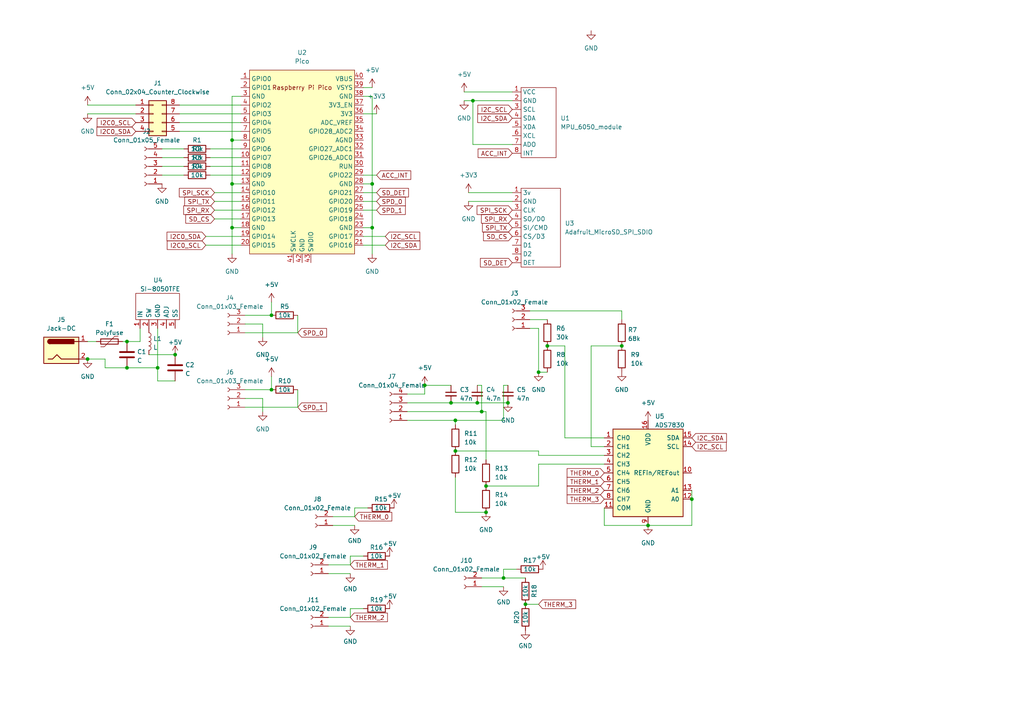
<source format=kicad_sch>
(kicad_sch (version 20211123) (generator eeschema)
  (paper "A4")
  (lib_symbols
    (symbol "Analog_DAC:ADS7830" (pin_names (offset 1.016))
      (property "Reference" "U" (at -10.16 13.716 0))
      (property "Value" "ADS7830" (at 1.778 13.716 0))
      (symbol "ADS7830_0_1"
        (rectangle (start -10.16 12.7) (end 10.16 -12.7) (stroke (width 0.254)) (fill (type background)))
      )
      (symbol "ADS7830_1_1"
        (pin input line (at -12.7 10.16 0) (length 2.54) (name "CH0") (number "1"))
        (pin bidirectional line (at 12.7 0 180) (length 2.54) (name "REFin/REFout") (number "10"))
        (pin input line (at -12.7 -10.16 0) (length 2.54) (name "COM") (number "11"))
        (pin input line (at 12.7 -7.62 180) (length 2.54) (name "A0") (number "12"))
        (pin input line (at 12.7 -5.08 180) (length 2.54) (name "A1") (number "13"))
        (pin input line (at 12.7 7.62 180) (length 2.54) (name "SCL") (number "14"))
        (pin bidirectional line (at 12.7 10.16 180) (length 2.54) (name "SDA") (number "15"))
        (pin power_in line (at 0 15.24 270) (length 2.54) (name "VDD") (number "16"))
        (pin input line (at -12.7 7.62 0) (length 2.54) (name "CH1") (number "2"))
        (pin input line (at -12.7 5.08 0) (length 2.54) (name "CH2") (number "3"))
        (pin input line (at -12.7 2.54 0) (length 2.54) (name "CH3") (number "4"))
        (pin input line (at -12.7 0 0) (length 2.54) (name "CH4") (number "5"))
        (pin input line (at -12.7 -2.54 0) (length 2.54) (name "CH5") (number "6"))
        (pin input line (at -12.7 -5.08 0) (length 2.54) (name "CH6") (number "7"))
        (pin input line (at -12.7 -7.62 0) (length 2.54) (name "CH7") (number "8"))
        (pin power_in line (at 0 -15.24 90) (length 2.54) (name "GND") (number "9"))
      )
    )
    (symbol "Connector:Conn_01x02_Female" (pin_names (offset 1.016) hide)
      (property "Reference" "J" (at 0 2.54 0))
      (property "Value" "Conn_01x02_Female" (at 0 -5.08 0))
      (symbol "Conn_01x02_Female_1_1"
        (arc (start 0 -2.032) (mid -0.508 -2.54) (end 0 -3.048) (stroke (width 0.1524)))
        (polyline (pts (xy -1.27 -2.54) (xy -0.508 -2.54)) (stroke (width 0.1524)))
        (polyline (pts (xy -1.27 0) (xy -0.508 0)) (stroke (width 0.1524)))
        (arc (start 0 0.508) (mid -0.508 0) (end 0 -0.508) (stroke (width 0.1524)))
        (pin passive line (at -5.08 0 0) (length 3.81) (name "Pin_1") (number "1"))
        (pin passive line (at -5.08 -2.54 0) (length 3.81) (name "Pin_2") (number "2"))
      )
    )
    (symbol "Connector:Conn_01x03_Female" (pin_names (offset 1.016) hide)
      (property "Reference" "J" (at 0 5.08 0))
      (property "Value" "Conn_01x03_Female" (at 0 -5.08 0))
      (symbol "Conn_01x03_Female_1_1"
        (arc (start 0 -2.032) (mid -0.508 -2.54) (end 0 -3.048) (stroke (width 0.1524)))
        (polyline (pts (xy -1.27 -2.54) (xy -0.508 -2.54)) (stroke (width 0.1524)))
        (polyline (pts (xy -1.27 0) (xy -0.508 0)) (stroke (width 0.1524)))
        (polyline (pts (xy -1.27 2.54) (xy -0.508 2.54)) (stroke (width 0.1524)))
        (arc (start 0 0.508) (mid -0.508 0) (end 0 -0.508) (stroke (width 0.1524)))
        (arc (start 0 3.048) (mid -0.508 2.54) (end 0 2.032) (stroke (width 0.1524)))
        (pin passive line (at -5.08 2.54 0) (length 3.81) (name "Pin_1") (number "1"))
        (pin passive line (at -5.08 0 0) (length 3.81) (name "Pin_2") (number "2"))
        (pin passive line (at -5.08 -2.54 0) (length 3.81) (name "Pin_3") (number "3"))
      )
    )
    (symbol "Connector:Conn_01x04_Female" (pin_names (offset 1.016) hide)
      (property "Reference" "J" (at 0 5.08 0))
      (property "Value" "Conn_01x04_Female" (at 0 -7.62 0))
      (symbol "Conn_01x04_Female_1_1"
        (arc (start 0 -4.572) (mid -0.508 -5.08) (end 0 -5.588) (stroke (width 0.1524)))
        (arc (start 0 -2.032) (mid -0.508 -2.54) (end 0 -3.048) (stroke (width 0.1524)))
        (polyline (pts (xy -1.27 -5.08) (xy -0.508 -5.08)) (stroke (width 0.1524)))
        (polyline (pts (xy -1.27 -2.54) (xy -0.508 -2.54)) (stroke (width 0.1524)))
        (polyline (pts (xy -1.27 0) (xy -0.508 0)) (stroke (width 0.1524)))
        (polyline (pts (xy -1.27 2.54) (xy -0.508 2.54)) (stroke (width 0.1524)))
        (arc (start 0 0.508) (mid -0.508 0) (end 0 -0.508) (stroke (width 0.1524)))
        (arc (start 0 3.048) (mid -0.508 2.54) (end 0 2.032) (stroke (width 0.1524)))
        (pin passive line (at -5.08 2.54 0) (length 3.81) (name "Pin_1") (number "1"))
        (pin passive line (at -5.08 0 0) (length 3.81) (name "Pin_2") (number "2"))
        (pin passive line (at -5.08 -2.54 0) (length 3.81) (name "Pin_3") (number "3"))
        (pin passive line (at -5.08 -5.08 0) (length 3.81) (name "Pin_4") (number "4"))
      )
    )
    (symbol "Connector:Conn_01x05_Female" (pin_names (offset 1.016) hide)
      (property "Reference" "J" (at 0 7.62 0))
      (property "Value" "Conn_01x05_Female" (at 0 -7.62 0))
      (symbol "Conn_01x05_Female_1_1"
        (arc (start 0 -4.572) (mid -0.508 -5.08) (end 0 -5.588) (stroke (width 0.1524)))
        (arc (start 0 -2.032) (mid -0.508 -2.54) (end 0 -3.048) (stroke (width 0.1524)))
        (polyline (pts (xy -1.27 -5.08) (xy -0.508 -5.08)) (stroke (width 0.1524)))
        (polyline (pts (xy -1.27 -2.54) (xy -0.508 -2.54)) (stroke (width 0.1524)))
        (polyline (pts (xy -1.27 0) (xy -0.508 0)) (stroke (width 0.1524)))
        (polyline (pts (xy -1.27 2.54) (xy -0.508 2.54)) (stroke (width 0.1524)))
        (polyline (pts (xy -1.27 5.08) (xy -0.508 5.08)) (stroke (width 0.1524)))
        (arc (start 0 0.508) (mid -0.508 0) (end 0 -0.508) (stroke (width 0.1524)))
        (arc (start 0 3.048) (mid -0.508 2.54) (end 0 2.032) (stroke (width 0.1524)))
        (arc (start 0 5.588) (mid -0.508 5.08) (end 0 4.572) (stroke (width 0.1524)))
        (pin passive line (at -5.08 5.08 0) (length 3.81) (name "Pin_1") (number "1"))
        (pin passive line (at -5.08 2.54 0) (length 3.81) (name "Pin_2") (number "2"))
        (pin passive line (at -5.08 0 0) (length 3.81) (name "Pin_3") (number "3"))
        (pin passive line (at -5.08 -2.54 0) (length 3.81) (name "Pin_4") (number "4"))
        (pin passive line (at -5.08 -5.08 0) (length 3.81) (name "Pin_5") (number "5"))
      )
    )
    (symbol "Connector:Jack-DC" (pin_names (offset 1.016))
      (property "Reference" "J" (at 0 5.334 0))
      (property "Value" "Jack-DC" (at 0 -5.08 0))
      (symbol "Jack-DC_0_1"
        (rectangle (start -5.08 3.81) (end 5.08 -3.81) (stroke (width 0.254)) (fill (type background)))
        (arc (start -3.302 3.175) (mid -3.937 2.54) (end -3.302 1.905) (stroke (width 0.254)))
        (arc (start -3.302 3.175) (mid -3.937 2.54) (end -3.302 1.905) (stroke (width 0.254)) (fill (type outline)))
        (polyline (pts (xy 5.08 2.54) (xy 3.81 2.54)) (stroke (width 0.254)))
        (polyline (pts (xy -3.81 -2.54) (xy -2.54 -2.54) (xy -1.27 -1.27) (xy 0 -2.54) (xy 2.54 -2.54) (xy 5.08 -2.54)) (stroke (width 0.254)))
        (rectangle (start 3.683 3.175) (end -3.302 1.905) (stroke (width 0.254)) (fill (type outline)))
      )
      (symbol "Jack-DC_1_1"
        (pin passive line (at 7.62 2.54 180) (length 2.54) (name "~") (number "1"))
        (pin passive line (at 7.62 -2.54 180) (length 2.54) (name "~") (number "2"))
      )
    )
    (symbol "Connector_Generic:Conn_02x04_Counter_Clockwise" (pin_names (offset 1.016) hide)
      (property "Reference" "J" (at 1.27 5.08 0))
      (property "Value" "Conn_02x04_Counter_Clockwise" (at 1.27 -7.62 0))
      (symbol "Conn_02x04_Counter_Clockwise_1_1"
        (rectangle (start -1.27 -4.953) (end 0 -5.207) (stroke (width 0.1524)))
        (rectangle (start -1.27 -2.413) (end 0 -2.667) (stroke (width 0.1524)))
        (rectangle (start -1.27 0.127) (end 0 -0.127) (stroke (width 0.1524)))
        (rectangle (start -1.27 2.667) (end 0 2.413) (stroke (width 0.1524)))
        (rectangle (start -1.27 3.81) (end 3.81 -6.35) (stroke (width 0.254)) (fill (type background)))
        (rectangle (start 3.81 -4.953) (end 2.54 -5.207) (stroke (width 0.1524)))
        (rectangle (start 3.81 -2.413) (end 2.54 -2.667) (stroke (width 0.1524)))
        (rectangle (start 3.81 0.127) (end 2.54 -0.127) (stroke (width 0.1524)))
        (rectangle (start 3.81 2.667) (end 2.54 2.413) (stroke (width 0.1524)))
        (pin passive line (at -5.08 2.54 0) (length 3.81) (name "Pin_1") (number "1"))
        (pin passive line (at -5.08 0 0) (length 3.81) (name "Pin_2") (number "2"))
        (pin passive line (at -5.08 -2.54 0) (length 3.81) (name "Pin_3") (number "3"))
        (pin passive line (at -5.08 -5.08 0) (length 3.81) (name "Pin_4") (number "4"))
        (pin passive line (at 7.62 -5.08 180) (length 3.81) (name "Pin_5") (number "5"))
        (pin passive line (at 7.62 -2.54 180) (length 3.81) (name "Pin_6") (number "6"))
        (pin passive line (at 7.62 0 180) (length 3.81) (name "Pin_7") (number "7"))
        (pin passive line (at 7.62 2.54 180) (length 3.81) (name "Pin_8") (number "8"))
      )
    )
    (symbol "Device:C" (pin_numbers hide) (pin_names (offset 0.254))
      (property "Reference" "C" (at 0.635 2.54 0))
      (property "Value" "C" (at 0.635 -2.54 0))
      (symbol "C_0_1"
        (polyline (pts (xy -2.032 -0.762) (xy 2.032 -0.762)) (stroke (width 0.508)))
        (polyline (pts (xy -2.032 0.762) (xy 2.032 0.762)) (stroke (width 0.508)))
      )
      (symbol "C_1_1"
        (pin passive line (at 0 3.81 270) (length 2.794) (name "~") (number "1"))
        (pin passive line (at 0 -3.81 90) (length 2.794) (name "~") (number "2"))
      )
    )
    (symbol "Device:C_Small" (pin_numbers hide) (pin_names (offset 0.254) hide)
      (property "Reference" "C" (at 0.254 1.778 0))
      (property "Value" "C_Small" (at 0.254 -2.032 0))
      (symbol "C_Small_0_1"
        (polyline (pts (xy -1.524 -0.508) (xy 1.524 -0.508)) (stroke (width 0.3302)))
        (polyline (pts (xy -1.524 0.508) (xy 1.524 0.508)) (stroke (width 0.3048)))
      )
      (symbol "C_Small_1_1"
        (pin passive line (at 0 2.54 270) (length 2.032) (name "~") (number "1"))
        (pin passive line (at 0 -2.54 90) (length 2.032) (name "~") (number "2"))
      )
    )
    (symbol "Device:L" (pin_numbers hide) (pin_names (offset 1.016) hide)
      (property "Reference" "L" (at -1.27 0 90))
      (property "Value" "L" (at 1.905 0 90))
      (symbol "L_0_1"
        (arc (start 0 -2.54) (mid 0.635 -1.905) (end 0 -1.27))
        (arc (start 0 -1.27) (mid 0.635 -0.635) (end 0 0))
        (arc (start 0 0) (mid 0.635 0.635) (end 0 1.27))
        (arc (start 0 1.27) (mid 0.635 1.905) (end 0 2.54))
      )
      (symbol "L_1_1"
        (pin passive line (at 0 3.81 270) (length 1.27) (name "1") (number "1"))
        (pin passive line (at 0 -3.81 90) (length 1.27) (name "2") (number "2"))
      )
    )
    (symbol "Device:Polyfuse" (pin_numbers hide) (pin_names (offset 0))
      (property "Reference" "F" (at -2.54 0 90))
      (property "Value" "Polyfuse" (at 2.54 0 90))
      (symbol "Polyfuse_0_1"
        (rectangle (start -0.762 2.54) (end 0.762 -2.54) (stroke (width 0.254)))
        (polyline (pts (xy 0 2.54) (xy 0 -2.54)))
        (polyline (pts (xy -1.524 2.54) (xy -1.524 1.524) (xy 1.524 -1.524) (xy 1.524 -2.54)))
      )
      (symbol "Polyfuse_1_1"
        (pin passive line (at 0 3.81 270) (length 1.27) (name "~") (number "1"))
        (pin passive line (at 0 -3.81 90) (length 1.27) (name "~") (number "2"))
      )
    )
    (symbol "Device:R" (pin_numbers hide) (pin_names (offset 0))
      (property "Reference" "R" (at 2.032 0 90))
      (property "Value" "R" (at 0 0 90))
      (symbol "R_0_1"
        (rectangle (start -1.016 -2.54) (end 1.016 2.54) (stroke (width 0.254)))
      )
      (symbol "R_1_1"
        (pin passive line (at 0 3.81 270) (length 1.27) (name "~") (number "1"))
        (pin passive line (at 0 -3.81 90) (length 1.27) (name "~") (number "2"))
      )
    )
    (symbol "MCU_Module:Pico"
      (property "Reference" "U" (at -13.97 27.94 0))
      (property "Value" "Pico" (at 0 19.05 0))
      (symbol "Pico_0_0"
        (text "Raspberry Pi Pico" (at 0 21.59 0) (effects (font (size 1.27 1.27))))
      )
      (symbol "Pico_0_1"
        (rectangle (start -15.24 26.67) (end 15.24 -26.67) (fill (type background)))
      )
      (symbol "Pico_1_1"
        (pin bidirectional line (at -17.78 24.13 0) (length 2.54) (name "GPIO0") (number "1"))
        (pin bidirectional line (at -17.78 1.27 0) (length 2.54) (name "GPIO7") (number "10"))
        (pin bidirectional line (at -17.78 -1.27 0) (length 2.54) (name "GPIO8") (number "11"))
        (pin bidirectional line (at -17.78 -3.81 0) (length 2.54) (name "GPIO9") (number "12"))
        (pin power_in line (at -17.78 -6.35 0) (length 2.54) (name "GND") (number "13"))
        (pin bidirectional line (at -17.78 -8.89 0) (length 2.54) (name "GPIO10") (number "14"))
        (pin bidirectional line (at -17.78 -11.43 0) (length 2.54) (name "GPIO11") (number "15"))
        (pin bidirectional line (at -17.78 -13.97 0) (length 2.54) (name "GPIO12") (number "16"))
        (pin bidirectional line (at -17.78 -16.51 0) (length 2.54) (name "GPIO13") (number "17"))
        (pin power_in line (at -17.78 -19.05 0) (length 2.54) (name "GND") (number "18"))
        (pin bidirectional line (at -17.78 -21.59 0) (length 2.54) (name "GPIO14") (number "19"))
        (pin bidirectional line (at -17.78 21.59 0) (length 2.54) (name "GPIO1") (number "2"))
        (pin bidirectional line (at -17.78 -24.13 0) (length 2.54) (name "GPIO15") (number "20"))
        (pin bidirectional line (at 17.78 -24.13 180) (length 2.54) (name "GPIO16") (number "21"))
        (pin bidirectional line (at 17.78 -21.59 180) (length 2.54) (name "GPIO17") (number "22"))
        (pin power_in line (at 17.78 -19.05 180) (length 2.54) (name "GND") (number "23"))
        (pin bidirectional line (at 17.78 -16.51 180) (length 2.54) (name "GPIO18") (number "24"))
        (pin bidirectional line (at 17.78 -13.97 180) (length 2.54) (name "GPIO19") (number "25"))
        (pin bidirectional line (at 17.78 -11.43 180) (length 2.54) (name "GPIO20") (number "26"))
        (pin bidirectional line (at 17.78 -8.89 180) (length 2.54) (name "GPIO21") (number "27"))
        (pin power_in line (at 17.78 -6.35 180) (length 2.54) (name "GND") (number "28"))
        (pin bidirectional line (at 17.78 -3.81 180) (length 2.54) (name "GPIO22") (number "29"))
        (pin power_in line (at -17.78 19.05 0) (length 2.54) (name "GND") (number "3"))
        (pin input line (at 17.78 -1.27 180) (length 2.54) (name "RUN") (number "30"))
        (pin bidirectional line (at 17.78 1.27 180) (length 2.54) (name "GPIO26_ADC0") (number "31"))
        (pin bidirectional line (at 17.78 3.81 180) (length 2.54) (name "GPIO27_ADC1") (number "32"))
        (pin power_in line (at 17.78 6.35 180) (length 2.54) (name "AGND") (number "33"))
        (pin bidirectional line (at 17.78 8.89 180) (length 2.54) (name "GPIO28_ADC2") (number "34"))
        (pin power_in line (at 17.78 11.43 180) (length 2.54) (name "ADC_VREF") (number "35"))
        (pin power_in line (at 17.78 13.97 180) (length 2.54) (name "3V3") (number "36"))
        (pin input line (at 17.78 16.51 180) (length 2.54) (name "3V3_EN") (number "37"))
        (pin bidirectional line (at 17.78 19.05 180) (length 2.54) (name "GND") (number "38"))
        (pin power_in line (at 17.78 21.59 180) (length 2.54) (name "VSYS") (number "39"))
        (pin bidirectional line (at -17.78 16.51 0) (length 2.54) (name "GPIO2") (number "4"))
        (pin power_in line (at 17.78 24.13 180) (length 2.54) (name "VBUS") (number "40"))
        (pin input line (at -2.54 -29.21 90) (length 2.54) (name "SWCLK") (number "41"))
        (pin power_in line (at 0 -29.21 90) (length 2.54) (name "GND") (number "42"))
        (pin bidirectional line (at 2.54 -29.21 90) (length 2.54) (name "SWDIO") (number "43"))
        (pin bidirectional line (at -17.78 13.97 0) (length 2.54) (name "GPIO3") (number "5"))
        (pin bidirectional line (at -17.78 11.43 0) (length 2.54) (name "GPIO4") (number "6"))
        (pin bidirectional line (at -17.78 8.89 0) (length 2.54) (name "GPIO5") (number "7"))
        (pin power_in line (at -17.78 6.35 0) (length 2.54) (name "GND") (number "8"))
        (pin bidirectional line (at -17.78 3.81 0) (length 2.54) (name "GPIO6") (number "9"))
      )
    )
    (symbol "Memory_Flash:Adafruit_MicroSD_SPI_SDIO"
      (property "Reference" "U" (at 0 7.62 0))
      (property "Value" "Adafruit_MicroSD_SPI_SDIO" (at 0 10.16 0))
      (symbol "Adafruit_MicroSD_SPI_SDIO_0_1"
        (rectangle (start -11.43 5.08) (end 11.43 -6.35))
      )
      (symbol "Adafruit_MicroSD_SPI_SDIO_1_1"
        (pin input line (at -10.16 -8.89 90) (length 2.54) (name "3v") (number "1"))
        (pin input line (at -7.62 -8.89 90) (length 2.54) (name "GND") (number "2"))
        (pin input line (at -5.08 -8.89 90) (length 2.54) (name "CLK") (number "3"))
        (pin bidirectional line (at -2.54 -8.89 90) (length 2.54) (name "SO/D0") (number "4"))
        (pin bidirectional line (at 0 -8.89 90) (length 2.54) (name "SI/CMD") (number "5"))
        (pin bidirectional line (at 2.54 -8.89 90) (length 2.54) (name "CS/D3") (number "6"))
        (pin bidirectional line (at 5.08 -8.89 90) (length 2.54) (name "D1") (number "7"))
        (pin bidirectional line (at 7.62 -8.89 90) (length 2.54) (name "D2") (number "8"))
        (pin output line (at 10.16 -8.89 90) (length 2.54) (name "DET") (number "9"))
      )
    )
    (symbol "Regulator_Switching:SI-8050TFE"
      (property "Reference" "U" (at 0 5.08 0))
      (property "Value" "SI-8050TFE" (at 0 7.62 0))
      (symbol "SI-8050TFE_0_1"
        (rectangle (start -6.35 3.81) (end 6.35 -3.81) (stroke (width 0.1524)))
      )
      (symbol "SI-8050TFE_1_1"
        (pin input line (at -5.08 -6.35 90) (length 2.54) (name "IN") (number "1"))
        (pin input line (at -2.54 -6.35 90) (length 2.54) (name "SW") (number "2"))
        (pin input line (at 0 -6.35 90) (length 2.54) (name "GND") (number "3"))
        (pin input line (at 2.54 -6.35 90) (length 2.54) (name "ADJ") (number "4"))
        (pin input line (at 5.08 -6.35 90) (length 2.54) (name "SS") (number "5"))
      )
    )
    (symbol "Sensor_Motion:MPU_6050_module"
      (property "Reference" "U" (at 0 11.43 0))
      (property "Value" "MPU_6050_module" (at 0 13.97 0))
      (symbol "MPU_6050_module_0_1"
        (rectangle (start -5.08 10.16) (end 5.08 -10.16))
      )
      (symbol "MPU_6050_module_1_1"
        (pin input line (at -7.62 8.89 0) (length 2.54) (name "VCC") (number "1"))
        (pin input line (at -7.62 6.35 0) (length 2.54) (name "GND") (number "2"))
        (pin input line (at -7.62 3.81 0) (length 2.54) (name "SCL") (number "3"))
        (pin bidirectional line (at -7.62 1.27 0) (length 2.54) (name "SDA") (number "4"))
        (pin output line (at -7.62 -1.27 0) (length 2.54) (name "XDA") (number "5"))
        (pin output line (at -7.62 -3.81 0) (length 2.54) (name "XCL") (number "6"))
        (pin input line (at -7.62 -6.35 0) (length 2.54) (name "ADO") (number "7"))
        (pin output line (at -7.62 -8.89 0) (length 2.54) (name "INT") (number "8"))
      )
    )
    (symbol "power:+3V3" (power) (pin_names (offset 0))
      (property "Value" "+3V3" (at 0 3.556 0))
      (symbol "+3V3_0_1"
        (polyline (pts (xy -0.762 1.27) (xy 0 2.54)))
        (polyline (pts (xy 0 0) (xy 0 2.54)))
        (polyline (pts (xy 0 2.54) (xy 0.762 1.27)))
      )
      (symbol "+3V3_1_1"
        (pin power_in line (at 0 0 90) (length 0) hide (name "+3V3") (number "1"))
      )
    )
    (symbol "power:+5V" (power) (pin_names (offset 0))
      (property "Value" "+5V" (at 0 3.556 0))
      (symbol "+5V_0_1"
        (polyline (pts (xy -0.762 1.27) (xy 0 2.54)))
        (polyline (pts (xy 0 0) (xy 0 2.54)))
        (polyline (pts (xy 0 2.54) (xy 0.762 1.27)))
      )
      (symbol "+5V_1_1"
        (pin power_in line (at 0 0 90) (length 0) hide (name "+5V") (number "1"))
      )
    )
    (symbol "power:GND" (power) (pin_names (offset 0))
      (property "Value" "GND" (at 0 -3.81 0))
      (symbol "GND_0_1"
        (polyline (pts (xy 0 0) (xy 0 -1.27) (xy 1.27 -1.27) (xy 0 -2.54) (xy -1.27 -1.27) (xy 0 -1.27)))
      )
      (symbol "GND_1_1"
        (pin power_in line (at 0 0 270) (length 0) hide (name "GND") (number "1"))
      )
    )
  )
  (junction (at 137.16 29.21))
  (junction (at 140.97 140.97))
  (junction (at 140.97 148.59))
  (junction (at 158.75 100.33))
  (junction (at 187.96 152.4))
  (junction (at 180.34 100.33))
  (junction (at 25.4 104.14))
  (junction (at 156.21 107.95))
  (junction (at 45.72 106.68))
  (junction (at 132.08 121.92))
  (junction (at 132.08 130.81))
  (junction (at 139.7 119.38))
  (junction (at 78.74 113.03))
  (junction (at 146.05 167.64))
  (junction (at 200.66 144.78))
  (junction (at 36.83 106.68))
  (junction (at 78.74 91.44))
  (junction (at 67.31 53.34))
  (junction (at 152.4 175.26))
  (junction (at 130.81 116.84))
  (junction (at 138.43 116.84))
  (junction (at 50.8 102.87))
  (junction (at 67.31 40.64))
  (junction (at 123.19 111.76))
  (junction (at 107.95 66.04))
  (junction (at 36.83 99.06))
  (junction (at 107.95 53.34))
  (junction (at 67.31 66.04))
  (junction (at 147.32 116.84))
  (wire (pts (xy 86.36 118.11) (xy 86.36 113.03)))
  (wire (pts (xy 78.74 87.63) (xy 78.74 91.44)))
  (wire (pts (xy 67.31 53.34) (xy 67.31 40.64)))
  (wire (pts (xy 123.19 111.76) (xy 130.81 111.76)))
  (wire (pts (xy 118.11 114.3) (xy 123.19 114.3)))
  (wire (pts (xy 180.34 90.17) (xy 153.67 90.17)))
  (wire (pts (xy 140.97 119.38) (xy 140.97 133.35)))
  (wire (pts (xy 62.23 55.88) (xy 69.85 55.88)))
  (wire (pts (xy 59.69 71.12) (xy 69.85 71.12)))
  (wire (pts (xy 105.41 58.42) (xy 109.22 58.42)))
  (wire (pts (xy 101.6 161.29) (xy 105.41 161.29)))
  (wire (pts (xy 132.08 121.92) (xy 132.08 123.19)))
  (wire (pts (xy 67.31 66.04) (xy 67.31 53.34)))
  (wire (pts (xy 95.25 181.61) (xy 101.6 181.61)))
  (wire (pts (xy 52.07 33.02) (xy 69.85 33.02)))
  (wire (pts (xy 95.25 163.83) (xy 101.6 163.83)))
  (wire (pts (xy 46.99 43.18) (xy 53.34 43.18)))
  (wire (pts (xy 45.72 106.68) (xy 36.83 106.68)))
  (wire (pts (xy 148.59 41.91) (xy 137.16 41.91)))
  (wire (pts (xy 156.21 107.95) (xy 158.75 107.95)))
  (wire (pts (xy 146.05 165.1) (xy 149.86 165.1)))
  (wire (pts (xy 153.67 92.71) (xy 158.75 92.71)))
  (wire (pts (xy 76.2 119.38) (xy 76.2 115.57)))
  (wire (pts (xy 138.43 116.84) (xy 147.32 116.84)))
  (wire (pts (xy 62.23 63.5) (xy 69.85 63.5)))
  (wire (pts (xy 146.05 165.1) (xy 146.05 167.64)))
  (wire (pts (xy 130.81 116.84) (xy 138.43 116.84)))
  (wire (pts (xy 163.83 127) (xy 175.26 127)))
  (wire (pts (xy 134.62 26.67) (xy 148.59 26.67)))
  (wire (pts (xy 200.66 142.24) (xy 200.66 144.78)))
  (wire (pts (xy 27.94 99.06) (xy 25.4 99.06)))
  (wire (pts (xy 96.52 149.86) (xy 102.87 149.86)))
  (wire (pts (xy 46.99 45.72) (xy 53.34 45.72)))
  (wire (pts (xy 95.25 179.07) (xy 101.6 179.07)))
  (wire (pts (xy 138.43 111.76) (xy 139.7 111.76)))
  (wire (pts (xy 52.07 38.1) (xy 69.85 38.1)))
  (wire (pts (xy 46.99 50.8) (xy 53.34 50.8)))
  (wire (pts (xy 180.34 92.71) (xy 180.34 90.17)))
  (wire (pts (xy 36.83 106.68) (xy 30.48 106.68)))
  (wire (pts (xy 105.41 68.58) (xy 111.76 68.58)))
  (wire (pts (xy 105.41 33.02) (xy 109.22 33.02)))
  (wire (pts (xy 118.11 116.84) (xy 130.81 116.84)))
  (wire (pts (xy 132.08 121.92) (xy 146.05 121.92)))
  (wire (pts (xy 76.2 115.57) (xy 71.12 115.57)))
  (wire (pts (xy 118.11 121.92) (xy 132.08 121.92)))
  (wire (pts (xy 171.45 100.33) (xy 180.34 100.33)))
  (wire (pts (xy 62.23 58.42) (xy 69.85 58.42)))
  (wire (pts (xy 45.72 110.49) (xy 45.72 106.68)))
  (wire (pts (xy 105.41 60.96) (xy 109.22 60.96)))
  (wire (pts (xy 132.08 148.59) (xy 140.97 148.59)))
  (wire (pts (xy 76.2 97.79) (xy 76.2 93.98)))
  (wire (pts (xy 86.36 96.52) (xy 86.36 91.44)))
  (wire (pts (xy 156.21 134.62) (xy 175.26 134.62)))
  (wire (pts (xy 101.6 161.29) (xy 101.6 163.83)))
  (wire (pts (xy 67.31 40.64) (xy 67.31 27.94)))
  (wire (pts (xy 105.41 66.04) (xy 107.95 66.04)))
  (wire (pts (xy 40.64 95.25) (xy 40.64 99.06)))
  (wire (pts (xy 163.83 100.33) (xy 163.83 127)))
  (wire (pts (xy 146.05 111.76) (xy 146.05 121.92)))
  (wire (pts (xy 147.32 111.76) (xy 146.05 111.76)))
  (wire (pts (xy 134.62 29.21) (xy 137.16 29.21)))
  (wire (pts (xy 78.74 109.22) (xy 78.74 113.03)))
  (wire (pts (xy 50.8 110.49) (xy 45.72 110.49)))
  (wire (pts (xy 96.52 152.4) (xy 102.87 152.4)))
  (wire (pts (xy 175.26 152.4) (xy 187.96 152.4)))
  (wire (pts (xy 102.87 147.32) (xy 102.87 149.86)))
  (wire (pts (xy 36.83 99.06) (xy 40.64 99.06)))
  (wire (pts (xy 62.23 60.96) (xy 69.85 60.96)))
  (wire (pts (xy 139.7 119.38) (xy 140.97 119.38)))
  (wire (pts (xy 67.31 66.04) (xy 69.85 66.04)))
  (wire (pts (xy 60.96 43.18) (xy 69.85 43.18)))
  (wire (pts (xy 52.07 35.56) (xy 69.85 35.56)))
  (wire (pts (xy 71.12 113.03) (xy 78.74 113.03)))
  (wire (pts (xy 137.16 29.21) (xy 148.59 29.21)))
  (wire (pts (xy 71.12 96.52) (xy 86.36 96.52)))
  (wire (pts (xy 200.66 144.78) (xy 200.66 152.4)))
  (wire (pts (xy 156.21 130.81) (xy 156.21 132.08)))
  (wire (pts (xy 67.31 73.66) (xy 67.31 66.04)))
  (wire (pts (xy 60.96 45.72) (xy 69.85 45.72)))
  (wire (pts (xy 25.4 30.48) (xy 39.37 30.48)))
  (wire (pts (xy 52.07 30.48) (xy 69.85 30.48)))
  (wire (pts (xy 30.48 104.14) (xy 25.4 104.14)))
  (wire (pts (xy 30.48 106.68) (xy 30.48 104.14)))
  (wire (pts (xy 146.05 167.64) (xy 152.4 167.64)))
  (wire (pts (xy 105.41 55.88) (xy 109.22 55.88)))
  (wire (pts (xy 59.69 68.58) (xy 69.85 68.58)))
  (wire (pts (xy 25.4 33.02) (xy 39.37 33.02)))
  (wire (pts (xy 139.7 170.18) (xy 146.05 170.18)))
  (wire (pts (xy 105.41 25.4) (xy 107.95 25.4)))
  (wire (pts (xy 118.11 119.38) (xy 139.7 119.38)))
  (wire (pts (xy 107.95 53.34) (xy 107.95 27.94)))
  (wire (pts (xy 45.72 95.25) (xy 45.72 106.68)))
  (wire (pts (xy 71.12 91.44) (xy 78.74 91.44)))
  (wire (pts (xy 123.19 111.76) (xy 123.19 114.3)))
  (wire (pts (xy 105.41 71.12) (xy 111.76 71.12)))
  (wire (pts (xy 76.2 93.98) (xy 71.12 93.98)))
  (wire (pts (xy 135.89 55.88) (xy 148.59 55.88)))
  (wire (pts (xy 163.83 100.33) (xy 158.75 100.33)))
  (wire (pts (xy 107.95 66.04) (xy 107.95 53.34)))
  (wire (pts (xy 67.31 40.64) (xy 69.85 40.64)))
  (wire (pts (xy 105.41 53.34) (xy 107.95 53.34)))
  (wire (pts (xy 46.99 48.26) (xy 53.34 48.26)))
  (wire (pts (xy 175.26 147.32) (xy 175.26 152.4)))
  (wire (pts (xy 60.96 50.8) (xy 69.85 50.8)))
  (wire (pts (xy 107.95 73.66) (xy 107.95 66.04)))
  (wire (pts (xy 105.41 27.94) (xy 107.95 27.94)))
  (wire (pts (xy 156.21 175.26) (xy 152.4 175.26)))
  (wire (pts (xy 139.7 111.76) (xy 139.7 119.38)))
  (wire (pts (xy 67.31 27.94) (xy 69.85 27.94)))
  (wire (pts (xy 101.6 176.53) (xy 101.6 179.07)))
  (wire (pts (xy 137.16 41.91) (xy 137.16 29.21)))
  (wire (pts (xy 135.89 58.42) (xy 148.59 58.42)))
  (wire (pts (xy 171.45 100.33) (xy 171.45 129.54)))
  (wire (pts (xy 102.87 147.32) (xy 106.68 147.32)))
  (wire (pts (xy 101.6 176.53) (xy 105.41 176.53)))
  (wire (pts (xy 35.56 99.06) (xy 36.83 99.06)))
  (wire (pts (xy 156.21 132.08) (xy 175.26 132.08)))
  (wire (pts (xy 132.08 138.43) (xy 132.08 148.59)))
  (wire (pts (xy 43.18 102.87) (xy 50.8 102.87)))
  (wire (pts (xy 71.12 118.11) (xy 86.36 118.11)))
  (wire (pts (xy 156.21 95.25) (xy 156.21 107.95)))
  (wire (pts (xy 105.41 50.8) (xy 109.22 50.8)))
  (wire (pts (xy 67.31 53.34) (xy 69.85 53.34)))
  (wire (pts (xy 140.97 140.97) (xy 156.21 140.97)))
  (wire (pts (xy 156.21 140.97) (xy 156.21 134.62)))
  (wire (pts (xy 200.66 152.4) (xy 187.96 152.4)))
  (wire (pts (xy 153.67 95.25) (xy 156.21 95.25)))
  (wire (pts (xy 95.25 166.37) (xy 101.6 166.37)))
  (wire (pts (xy 139.7 167.64) (xy 146.05 167.64)))
  (wire (pts (xy 132.08 130.81) (xy 156.21 130.81)))
  (wire (pts (xy 171.45 129.54) (xy 175.26 129.54)))
  (wire (pts (xy 60.96 48.26) (xy 69.85 48.26)))
  (global_label "SD_DET" (shape input) (at 109.22 55.88 0) (property "Intersheet References" "${INTERSHEET_REFS}" (effects hide)))
  (global_label "THERM_0" (shape input) (at 102.87 149.86 0) (property "Intersheet References" "${INTERSHEET_REFS}" (effects hide)))
  (global_label "I2C_SCL" (shape input) (at 111.76 68.58 0) (property "Intersheet References" "${INTERSHEET_REFS}" (effects hide)))
  (global_label "ACC_INT" (shape input) (at 148.59 44.45 180) (property "Intersheet References" "${INTERSHEET_REFS}" (effects hide)))
  (global_label "I2C0_SDA" (shape input) (at 39.37 38.1 180) (property "Intersheet References" "${INTERSHEET_REFS}" (effects hide)))
  (global_label "SPI_SCK" (shape input) (at 62.23 55.88 180) (property "Intersheet References" "${INTERSHEET_REFS}" (effects hide)))
  (global_label "THERM_2" (shape input) (at 175.26 142.24 180) (property "Intersheet References" "${INTERSHEET_REFS}" (effects hide)))
  (global_label "I2C_SDA" (shape input) (at 111.76 71.12 0) (property "Intersheet References" "${INTERSHEET_REFS}" (effects hide)))
  (global_label "I2C_SDA" (shape input) (at 148.59 34.29 180) (property "Intersheet References" "${INTERSHEET_REFS}" (effects hide)))
  (global_label "SPI_TX" (shape input) (at 148.59 66.04 180) (property "Intersheet References" "${INTERSHEET_REFS}" (effects hide)))
  (global_label "I2C_SDA" (shape input) (at 200.66 127 0) (property "Intersheet References" "${INTERSHEET_REFS}" (effects hide)))
  (global_label "I2C_SCL" (shape input) (at 148.59 31.75 180) (property "Intersheet References" "${INTERSHEET_REFS}" (effects hide)))
  (global_label "SD_CS" (shape input) (at 148.59 68.58 180) (property "Intersheet References" "${INTERSHEET_REFS}" (effects hide)))
  (global_label "I2C_SCL" (shape input) (at 200.66 129.54 0) (property "Intersheet References" "${INTERSHEET_REFS}" (effects hide)))
  (global_label "THERM_2" (shape input) (at 101.6 179.07 0) (property "Intersheet References" "${INTERSHEET_REFS}" (effects hide)))
  (global_label "SD_CS" (shape input) (at 62.23 63.5 180) (property "Intersheet References" "${INTERSHEET_REFS}" (effects hide)))
  (global_label "I2C0_SCL" (shape input) (at 59.69 71.12 180) (property "Intersheet References" "${INTERSHEET_REFS}" (effects hide)))
  (global_label "SPI_RX" (shape input) (at 62.23 60.96 180) (property "Intersheet References" "${INTERSHEET_REFS}" (effects hide)))
  (global_label "I2C0_SCL" (shape input) (at 39.37 35.56 180) (property "Intersheet References" "${INTERSHEET_REFS}" (effects hide)))
  (global_label "THERM_1" (shape input) (at 101.6 163.83 0) (property "Intersheet References" "${INTERSHEET_REFS}" (effects hide)))
  (global_label "THERM_1" (shape input) (at 175.26 139.7 180) (property "Intersheet References" "${INTERSHEET_REFS}" (effects hide)))
  (global_label "THERM_3" (shape input) (at 156.21 175.26 0) (property "Intersheet References" "${INTERSHEET_REFS}" (effects hide)))
  (global_label "THERM_0" (shape input) (at 175.26 137.16 180) (property "Intersheet References" "${INTERSHEET_REFS}" (effects hide)))
  (global_label "SPI_TX" (shape input) (at 62.23 58.42 180) (property "Intersheet References" "${INTERSHEET_REFS}" (effects hide)))
  (global_label "SPD_0" (shape input) (at 86.36 96.52 0) (property "Intersheet References" "${INTERSHEET_REFS}" (effects hide)))
  (global_label "SPI_RX" (shape input) (at 148.59 63.5 180) (property "Intersheet References" "${INTERSHEET_REFS}" (effects hide)))
  (global_label "SPD_1" (shape input) (at 86.36 118.11 0) (property "Intersheet References" "${INTERSHEET_REFS}" (effects hide)))
  (global_label "THERM_3" (shape input) (at 175.26 144.78 180) (property "Intersheet References" "${INTERSHEET_REFS}" (effects hide)))
  (global_label "SD_DET" (shape input) (at 148.59 76.2 180) (property "Intersheet References" "${INTERSHEET_REFS}" (effects hide)))
  (global_label "I2C0_SDA" (shape input) (at 59.69 68.58 180) (property "Intersheet References" "${INTERSHEET_REFS}" (effects hide)))
  (global_label "SPI_SCK" (shape input) (at 148.59 60.96 180) (property "Intersheet References" "${INTERSHEET_REFS}" (effects hide)))
  (global_label "SPD_0" (shape input) (at 109.22 58.42 0) (property "Intersheet References" "${INTERSHEET_REFS}" (effects hide)))
  (global_label "ACC_INT" (shape input) (at 109.22 50.8 0) (property "Intersheet References" "${INTERSHEET_REFS}" (effects hide)))
  (global_label "SPD_1" (shape input) (at 109.22 60.96 0) (property "Intersheet References" "${INTERSHEET_REFS}" (effects hide)))
  (symbol (lib_id "Connector:Conn_01x03_Female") (at 148.59 92.71 180) (unit 1)
    (property "Reference" "J3" (at 149.225 85.09 0))
    (property "Value" "Conn_01x02_Female" (at 149.225 87.63 0))
    (property "Footprint" "Connector_PinHeader_2.54mm:PinHeader_1x03_P2.54mm_Vertical" (effects hide))
  )
  (symbol (lib_id "power:+5V") (at 123.19 111.76 0) (unit 1)
    (property "Reference" "#PWR020" (effects hide))
    (property "Value" "+5V" (at 123.19 106.68 0))
  )
  (symbol (lib_id "Device:C") (at 36.83 102.87 0) (unit 1)
    (property "Reference" "C1" (at 39.751 102.0353 0) (effects (justify left)))
    (property "Value" "C" (at 39.751 104.5722 0) (effects (justify left)))
    (property "Footprint" "Capacitor_THT:CP_Radial_D8.0mm_P3.50mm" (effects hide))
  )
  (symbol (lib_id "Device:R") (at 82.55 91.44 90) (unit 1)
    (property "Reference" "R5" (at 82.55 88.9 90))
    (property "Value" "10k" (at 82.55 91.44 90))
    (property "Footprint" "Resistor_THT:R_Axial_DIN0207_L6.3mm_D2.5mm_P7.62mm_Horizontal" (effects hide))
  )
  (symbol (lib_id "Connector:Conn_01x02_Female") (at 90.17 181.61 180) (unit 1)
    (property "Reference" "J11" (at 90.805 173.99 0))
    (property "Value" "Conn_01x02_Female" (at 90.805 176.53 0))
    (property "Footprint" "Connector_PinHeader_2.54mm:PinHeader_1x02_P2.54mm_Vertical" (effects hide))
  )
  (symbol (lib_id "power:GND") (at 107.95 73.66 0) (unit 1)
    (property "Reference" "#PWR012" (effects hide))
    (property "Value" "GND" (at 107.95 78.74 0))
  )
  (symbol (lib_id "Connector:Jack-DC") (at 17.78 101.6 0) (unit 1)
    (property "Reference" "J5" (at 17.78 92.71 0))
    (property "Value" "Jack-DC" (at 17.78 95.25 0))
    (property "Footprint" "Connector_BarrelJack:BarrelJack_GCT_DCJ200-10-A_Horizontal" (effects hide))
  )
  (symbol (lib_id "power:GND") (at 147.32 116.84 0) (unit 1)
    (property "Reference" "#PWR021" (effects hide))
    (property "Value" "GND" (at 147.32 121.92 0))
  )
  (symbol (lib_id "Connector:Conn_01x05_Female") (at 41.91 48.26 180) (unit 1)
    (property "Reference" "J2" (at 42.545 38.1 0))
    (property "Value" "Conn_01x05_Female" (at 42.545 40.64 0))
    (property "Footprint" "Connector_PinHeader_2.54mm:PinHeader_1x05_P2.54mm_Vertical" (effects hide))
  )
  (symbol (lib_id "power:GND") (at 180.34 107.95 0) (unit 1)
    (property "Reference" "#PWR018" (effects hide))
    (property "Value" "GND" (at 180.34 113.03 0))
  )
  (symbol (lib_id "Device:R") (at 57.15 43.18 90) (unit 1)
    (property "Reference" "R1" (at 57.15 40.64 90))
    (property "Value" "10k" (at 57.15 43.18 90))
    (property "Footprint" "Resistor_THT:R_Axial_DIN0207_L6.3mm_D2.5mm_P7.62mm_Horizontal" (effects hide))
  )
  (symbol (lib_id "Connector:Conn_01x02_Female") (at 134.62 170.18 180) (unit 1)
    (property "Reference" "J10" (at 135.255 162.56 0))
    (property "Value" "Conn_01x02_Female" (at 135.255 165.1 0))
    (property "Footprint" "Connector_PinHeader_2.54mm:PinHeader_1x02_P2.54mm_Vertical" (effects hide))
  )
  (symbol (lib_id "power:GND") (at 152.4 182.88 0) (unit 1)
    (property "Reference" "#PWR034" (effects hide))
    (property "Value" "GND" (at 152.4 187.3234 0))
  )
  (symbol (lib_id "power:GND") (at 101.6 181.61 0) (unit 1)
    (property "Reference" "#PWR033" (effects hide))
    (property "Value" "GND" (at 101.6 186.0534 0))
  )
  (symbol (lib_id "Device:R") (at 152.4 179.07 180) (unit 1)
    (property "Reference" "R20" (at 149.86 179.07 90))
    (property "Value" "10k" (at 152.4 179.07 90))
    (property "Footprint" "Resistor_THT:R_Axial_DIN0207_L6.3mm_D2.5mm_P7.62mm_Horizontal" (effects hide))
  )
  (symbol (lib_id "power:+5V") (at 25.4 30.48 0) (unit 1)
    (property "Reference" "#PWR05" (effects hide))
    (property "Value" "+5V" (at 25.4 25.4 0))
  )
  (symbol (lib_id "Device:C") (at 50.8 106.68 180) (unit 1)
    (property "Reference" "C2" (at 53.721 105.8453 0) (effects (justify right)))
    (property "Value" "C" (at 53.721 108.3822 0) (effects (justify right)))
    (property "Footprint" "Capacitor_THT:CP_Radial_D8.0mm_P3.50mm" (effects hide))
  )
  (symbol (lib_id "power:GND") (at 67.31 73.66 0) (unit 1)
    (property "Reference" "#PWR011" (effects hide))
    (property "Value" "GND" (at 67.31 78.74 0))
  )
  (symbol (lib_id "power:GND") (at 146.05 170.18 0) (unit 1)
    (property "Reference" "#PWR031" (effects hide))
    (property "Value" "GND" (at 146.05 174.6234 0))
  )
  (symbol (lib_id "Device:R") (at 180.34 96.52 0) (unit 1)
    (property "Reference" "R7" (at 182.118 95.6853 0) (effects (justify left)))
    (property "Value" "68k" (at 182.118 98.2222 0) (effects (justify left)))
    (property "Footprint" "Resistor_THT:R_Axial_DIN0207_L6.3mm_D2.5mm_P7.62mm_Horizontal" (effects hide))
  )
  (symbol (lib_id "Device:C_Small") (at 130.81 114.3 0) (unit 1)
    (property "Reference" "C3" (at 133.35 113.0362 0) (effects (justify left)))
    (property "Value" "47n" (at 133.35 115.5762 0) (effects (justify left)))
    (property "Footprint" "Capacitor_THT:C_Disc_D4.7mm_W2.5mm_P5.00mm" (effects hide))
  )
  (symbol (lib_id "power:+5V") (at 114.3 147.32 0) (unit 1)
    (property "Reference" "#PWR024" (effects hide))
    (property "Value" "+5V" (at 114.3 143.7442 0))
  )
  (symbol (lib_id "Device:Polyfuse") (at 31.75 99.06 90) (unit 1)
    (property "Reference" "F1" (at 31.75 93.9632 90))
    (property "Value" "Polyfuse" (at 31.75 96.5001 90))
    (property "Footprint" "Capacitor_THT:C_Disc_D5.0mm_W2.5mm_P5.00mm" (effects hide))
  )
  (symbol (lib_id "Device:R") (at 152.4 171.45 0) (unit 1)
    (property "Reference" "R18" (at 154.94 171.45 90))
    (property "Value" "10k" (at 152.4 171.45 90))
    (property "Footprint" "Resistor_THT:R_Axial_DIN0207_L6.3mm_D2.5mm_P7.62mm_Horizontal" (effects hide))
  )
  (symbol (lib_id "power:GND") (at 102.87 152.4 0) (unit 1)
    (property "Reference" "#PWR026" (effects hide))
    (property "Value" "GND" (at 102.87 156.8434 0))
  )
  (symbol (lib_id "Connector_Generic:Conn_02x04_Counter_Clockwise") (at 44.45 33.02 0) (unit 1)
    (property "Reference" "J1" (at 45.72 24.13 0))
    (property "Value" "Conn_02x04_Counter_Clockwise" (at 45.72 26.67 0))
    (property "Footprint" "Connector_PinHeader_2.54mm:PinHeader_2x04_P2.54mm_Vertical" (effects hide))
  )
  (symbol (lib_id "Device:R") (at 109.22 161.29 90) (unit 1)
    (property "Reference" "R16" (at 109.22 158.75 90))
    (property "Value" "10k" (at 109.22 161.29 90))
    (property "Footprint" "Resistor_THT:R_Axial_DIN0207_L6.3mm_D2.5mm_P7.62mm_Horizontal" (effects hide))
  )
  (symbol (lib_id "Device:R") (at 158.75 104.14 0) (unit 1)
    (property "Reference" "R8" (at 161.29 102.8699 0) (effects (justify left)))
    (property "Value" "10k" (at 161.29 105.4099 0) (effects (justify left)))
    (property "Footprint" "Resistor_THT:R_Axial_DIN0207_L6.3mm_D2.5mm_P7.62mm_Horizontal" (effects hide))
  )
  (symbol (lib_id "Device:R") (at 57.15 45.72 90) (unit 1)
    (property "Reference" "R2" (at 57.15 43.18 90))
    (property "Value" "10k" (at 57.15 45.72 90))
    (property "Footprint" "Resistor_THT:R_Axial_DIN0207_L6.3mm_D2.5mm_P7.62mm_Horizontal" (effects hide))
  )
  (symbol (lib_id "Device:R") (at 153.67 165.1 90) (unit 1)
    (property "Reference" "R17" (at 153.67 162.56 90))
    (property "Value" "10k" (at 153.67 165.1 90))
    (property "Footprint" "Resistor_THT:R_Axial_DIN0207_L6.3mm_D2.5mm_P7.62mm_Horizontal" (effects hide))
  )
  (symbol (lib_id "power:+5V") (at 113.03 176.53 0) (unit 1)
    (property "Reference" "#PWR032" (effects hide))
    (property "Value" "+5V" (at 113.03 172.9542 0))
  )
  (symbol (lib_id "Connector:Conn_01x04_Female") (at 113.03 119.38 180) (unit 1)
    (property "Reference" "J7" (at 113.665 109.22 0))
    (property "Value" "Conn_01x04_Female" (at 113.665 111.76 0))
    (property "Footprint" "Connector_PinHeader_2.54mm:PinHeader_1x04_P2.54mm_Vertical" (effects hide))
  )
  (symbol (lib_id "power:+5V") (at 157.48 165.1 0) (unit 1)
    (property "Reference" "#PWR029" (effects hide))
    (property "Value" "+5V" (at 157.48 161.5242 0))
  )
  (symbol (lib_id "Device:R") (at 109.22 176.53 90) (unit 1)
    (property "Reference" "R19" (at 109.22 173.99 90))
    (property "Value" "10k" (at 109.22 176.53 90))
    (property "Footprint" "Resistor_THT:R_Axial_DIN0207_L6.3mm_D2.5mm_P7.62mm_Horizontal" (effects hide))
  )
  (symbol (lib_id "Device:R") (at 57.15 48.26 90) (unit 1)
    (property "Reference" "R3" (at 57.15 45.72 90))
    (property "Value" "10k" (at 57.15 48.26 90))
    (property "Footprint" "Resistor_THT:R_Axial_DIN0207_L6.3mm_D2.5mm_P7.62mm_Horizontal" (effects hide))
  )
  (symbol (lib_id "Analog_DAC:ADS7830") (at 187.96 137.16 0) (unit 1)
    (property "Reference" "U5" (at 189.9794 120.7602 0) (effects (justify left)))
    (property "Value" "ADS7830" (at 189.9794 123.2971 0) (effects (justify left)))
    (property "Footprint" "Package_SO:TSSOP-16_4.4x5mm_P0.65mm" (effects hide))
    (property "Datasheet" "http://www.ti.com/lit/ds/symlink/ads7830.pdf" (effects hide))
  )
  (symbol (lib_id "power:GND") (at 134.62 29.21 0) (unit 1)
    (property "Reference" "#PWR04" (effects hide))
    (property "Value" "GND" (at 134.62 34.29 0))
  )
  (symbol (lib_id "Device:R") (at 82.55 113.03 90) (unit 1)
    (property "Reference" "R10" (at 82.55 110.49 90))
    (property "Value" "10k" (at 82.55 113.03 90))
    (property "Footprint" "Resistor_THT:R_Axial_DIN0207_L6.3mm_D2.5mm_P7.62mm_Horizontal" (effects hide))
  )
  (symbol (lib_id "Connector:Conn_01x02_Female") (at 91.44 152.4 180) (unit 1)
    (property "Reference" "J8" (at 92.075 144.78 0))
    (property "Value" "Conn_01x02_Female" (at 92.075 147.32 0))
    (property "Footprint" "Connector_PinHeader_2.54mm:PinHeader_1x02_P2.54mm_Vertical" (effects hide))
  )
  (symbol (lib_id "power:GND") (at 101.6 166.37 0) (unit 1)
    (property "Reference" "#PWR030" (effects hide))
    (property "Value" "GND" (at 101.6 170.8134 0))
  )
  (symbol (lib_id "power:GND") (at 171.45 8.89 0) (unit 1)
    (property "Reference" "#PWR01" (effects hide))
    (property "Value" "GND" (at 171.45 13.97 0))
  )
  (symbol (lib_id "Device:R") (at 132.08 134.62 0) (unit 1)
    (property "Reference" "R12" (at 134.62 133.3499 0) (effects (justify left)))
    (property "Value" "10k" (at 134.62 135.8899 0) (effects (justify left)))
    (property "Footprint" "Resistor_THT:R_Axial_DIN0207_L6.3mm_D2.5mm_P7.62mm_Horizontal" (effects hide))
  )
  (symbol (lib_id "Connector:Conn_01x03_Female") (at 66.04 93.98 180) (unit 1)
    (property "Reference" "J4" (at 66.675 86.36 0))
    (property "Value" "Conn_01x03_Female" (at 66.675 88.9 0))
    (property "Footprint" "Connector_PinHeader_2.54mm:PinHeader_1x03_P2.54mm_Vertical" (effects hide))
  )
  (symbol (lib_id "power:GND") (at 76.2 97.79 0) (unit 1)
    (property "Reference" "#PWR014" (effects hide))
    (property "Value" "GND" (at 76.2 102.87 0))
  )
  (symbol (lib_id "Regulator_Switching:SI-8050TFE") (at 45.72 88.9 0) (unit 1)
    (property "Reference" "U4" (at 44.45 81.28 0) (effects (justify left)))
    (property "Value" "SI-8050TFE" (at 40.64 83.82 0) (effects (justify left)))
    (property "Footprint" "Package_TO_SOT_THT:TO-220-5_P3.4x3.7mm_StaggerOdd_Lead3.8mm_Vertical" (effects hide))
  )
  (symbol (lib_id "power:GND") (at 25.4 104.14 0) (unit 1)
    (property "Reference" "#PWR016" (effects hide))
    (property "Value" "GND" (at 25.4 109.22 0))
  )
  (symbol (lib_id "Device:R") (at 158.75 96.52 0) (unit 1)
    (property "Reference" "R6" (at 161.29 95.2499 0) (effects (justify left)))
    (property "Value" "30k" (at 161.29 97.7899 0) (effects (justify left)))
    (property "Footprint" "Resistor_THT:R_Axial_DIN0207_L6.3mm_D2.5mm_P7.62mm_Horizontal" (effects hide))
  )
  (symbol (lib_id "power:GND") (at 25.4 33.02 0) (unit 1)
    (property "Reference" "#PWR06" (effects hide))
    (property "Value" "GND" (at 25.4 38.1 0))
  )
  (symbol (lib_id "power:+5V") (at 50.8 102.87 0) (unit 1)
    (property "Reference" "#PWR015" (effects hide))
    (property "Value" "+5V" (at 50.8 99.2942 0))
  )
  (symbol (lib_id "Device:R") (at 110.49 147.32 90) (unit 1)
    (property "Reference" "R15" (at 110.49 144.78 90))
    (property "Value" "10k" (at 110.49 147.32 90))
    (property "Footprint" "Resistor_THT:R_Axial_DIN0207_L6.3mm_D2.5mm_P7.62mm_Horizontal" (effects hide))
  )
  (symbol (lib_id "Device:L") (at 43.18 99.06 0) (unit 1)
    (property "Reference" "L1" (at 44.45 98.2253 0) (effects (justify left)))
    (property "Value" "L" (at 44.45 100.7622 0) (effects (justify left)))
    (property "Footprint" "Inductor_THT:L_Axial_L6.6mm_D2.7mm_P10.16mm_Horizontal_Vishay_IM-2" (effects hide))
  )
  (symbol (lib_id "power:+5V") (at 107.95 25.4 0) (unit 1)
    (property "Reference" "#PWR02" (effects hide))
    (property "Value" "+5V" (at 107.95 20.32 0))
  )
  (symbol (lib_id "Connector:Conn_01x03_Female") (at 66.04 115.57 180) (unit 1)
    (property "Reference" "J6" (at 66.675 107.95 0))
    (property "Value" "Conn_01x03_Female" (at 66.675 110.49 0))
    (property "Footprint" "Connector_PinHeader_2.54mm:PinHeader_1x03_P2.54mm_Vertical" (effects hide))
  )
  (symbol (lib_id "power:GND") (at 187.96 152.4 0) (unit 1)
    (property "Reference" "#PWR027" (effects hide))
    (property "Value" "GND" (at 187.96 157.48 0))
  )
  (symbol (lib_id "power:+3V3") (at 109.22 33.02 0) (unit 1)
    (property "Reference" "#PWR07" (effects hide))
    (property "Value" "+3V3" (at 109.22 27.94 0))
  )
  (symbol (lib_id "Memory_Flash:Adafruit_MicroSD_SPI_SDIO") (at 157.48 66.04 270) (unit 1)
    (property "Reference" "U3" (at 163.83 64.7699 90) (effects (justify left)))
    (property "Value" "Adafruit_MicroSD_SPI_SDIO" (at 163.83 67.3099 90) (effects (justify left)))
    (property "Footprint" "Module:Adafruit_MicroSD_breakout" (effects hide))
  )
  (symbol (lib_id "Device:R") (at 140.97 144.78 0) (unit 1)
    (property "Reference" "R14" (at 143.51 143.5099 0) (effects (justify left)))
    (property "Value" "10k" (at 143.51 146.0499 0) (effects (justify left)))
    (property "Footprint" "Resistor_THT:R_Axial_DIN0207_L6.3mm_D2.5mm_P7.62mm_Horizontal" (effects hide))
  )
  (symbol (lib_id "power:GND") (at 135.89 58.42 0) (unit 1)
    (property "Reference" "#PWR010" (effects hide))
    (property "Value" "GND" (at 135.89 63.5 0))
  )
  (symbol (lib_id "Sensor_Motion:MPU_6050_module") (at 156.21 35.56 0) (unit 1)
    (property "Reference" "U1" (at 162.56 34.2899 0) (effects (justify left)))
    (property "Value" "MPU_6050_module" (at 162.56 36.8299 0) (effects (justify left)))
    (property "Footprint" "Module:MPU_6050_module" (effects hide))
  )
  (symbol (lib_id "MCU_Module:Pico") (at 87.63 46.99 0) (unit 1)
    (property "Reference" "U2" (at 87.63 15.24 0))
    (property "Value" "Pico" (at 87.63 17.78 0))
    (property "Footprint" "Module:RPi_Pico_SMD_TH" (effects hide))
  )
  (symbol (lib_id "power:+5V") (at 78.74 109.22 0) (unit 1)
    (property "Reference" "#PWR019" (effects hide))
    (property "Value" "+5V" (at 78.74 104.14 0))
  )
  (symbol (lib_id "Device:R") (at 180.34 104.14 0) (unit 1)
    (property "Reference" "R9" (at 182.88 102.8699 0) (effects (justify left)))
    (property "Value" "10k" (at 182.88 105.4099 0) (effects (justify left)))
    (property "Footprint" "Resistor_THT:R_Axial_DIN0207_L6.3mm_D2.5mm_P7.62mm_Horizontal" (effects hide))
  )
  (symbol (lib_id "power:+3V3") (at 135.89 55.88 0) (unit 1)
    (property "Reference" "#PWR09" (effects hide))
    (property "Value" "+3V3" (at 135.89 50.8 0))
  )
  (symbol (lib_id "power:GND") (at 76.2 119.38 0) (unit 1)
    (property "Reference" "#PWR022" (effects hide))
    (property "Value" "GND" (at 76.2 124.46 0))
  )
  (symbol (lib_id "power:GND") (at 140.97 148.59 0) (unit 1)
    (property "Reference" "#PWR025" (effects hide))
    (property "Value" "GND" (at 140.97 153.67 0))
  )
  (symbol (lib_id "power:+5V") (at 78.74 87.63 0) (unit 1)
    (property "Reference" "#PWR013" (effects hide))
    (property "Value" "+5V" (at 78.74 82.55 0))
  )
  (symbol (lib_id "Device:C_Small") (at 138.43 114.3 0) (unit 1)
    (property "Reference" "C4" (at 140.97 113.0362 0) (effects (justify left)))
    (property "Value" "4.7n" (at 140.97 115.5762 0) (effects (justify left)))
    (property "Footprint" "Capacitor_THT:C_Disc_D4.7mm_W2.5mm_P5.00mm" (effects hide))
  )
  (symbol (lib_id "Device:R") (at 132.08 127 0) (unit 1)
    (property "Reference" "R11" (at 134.62 125.7299 0) (effects (justify left)))
    (property "Value" "10k" (at 134.62 128.2699 0) (effects (justify left)))
    (property "Footprint" "Resistor_THT:R_Axial_DIN0207_L6.3mm_D2.5mm_P7.62mm_Horizontal" (effects hide))
  )
  (symbol (lib_id "power:+5V") (at 134.62 26.67 0) (unit 1)
    (property "Reference" "#PWR03" (effects hide))
    (property "Value" "+5V" (at 134.62 21.59 0))
  )
  (symbol (lib_id "power:GND") (at 46.99 53.34 0) (unit 1)
    (property "Reference" "#PWR08" (effects hide))
    (property "Value" "GND" (at 46.99 58.42 0))
  )
  (symbol (lib_id "Device:R") (at 140.97 137.16 0) (unit 1)
    (property "Reference" "R13" (at 143.51 135.8899 0) (effects (justify left)))
    (property "Value" "10k" (at 143.51 138.4299 0) (effects (justify left)))
    (property "Footprint" "Resistor_THT:R_Axial_DIN0207_L6.3mm_D2.5mm_P7.62mm_Horizontal" (effects hide))
  )
  (symbol (lib_id "power:+5V") (at 113.03 161.29 0) (unit 1)
    (property "Reference" "#PWR028" (effects hide))
    (property "Value" "+5V" (at 113.03 157.7142 0))
  )
  (symbol (lib_id "Device:C_Small") (at 147.32 114.3 0) (unit 1)
    (property "Reference" "C5" (at 149.86 113.0362 0) (effects (justify left)))
    (property "Value" "47n" (at 149.86 115.5762 0) (effects (justify left)))
    (property "Footprint" "Capacitor_THT:C_Disc_D4.7mm_W2.5mm_P5.00mm" (effects hide))
  )
  (symbol (lib_id "Device:R") (at 57.15 50.8 90) (unit 1)
    (property "Reference" "R4" (at 57.15 48.26 90))
    (property "Value" "10k" (at 57.15 50.8 90))
    (property "Footprint" "Resistor_THT:R_Axial_DIN0207_L6.3mm_D2.5mm_P7.62mm_Horizontal" (effects hide))
  )
  (symbol (lib_id "power:GND") (at 156.21 107.95 0) (unit 1)
    (property "Reference" "#PWR017" (effects hide))
    (property "Value" "GND" (at 156.21 113.03 0))
  )
  (symbol (lib_id "Connector:Conn_01x02_Female") (at 90.17 166.37 180) (unit 1)
    (property "Reference" "J9" (at 90.805 158.75 0))
    (property "Value" "Conn_01x02_Female" (at 90.805 161.29 0))
    (property "Footprint" "Connector_PinHeader_2.54mm:PinHeader_1x02_P2.54mm_Vertical" (effects hide))
  )
  (symbol (lib_id "power:+5V") (at 187.96 121.92 0) (unit 1)
    (property "Reference" "#PWR023" (effects hide))
    (property "Value" "+5V" (at 187.96 116.84 0))
  )
)
</source>
